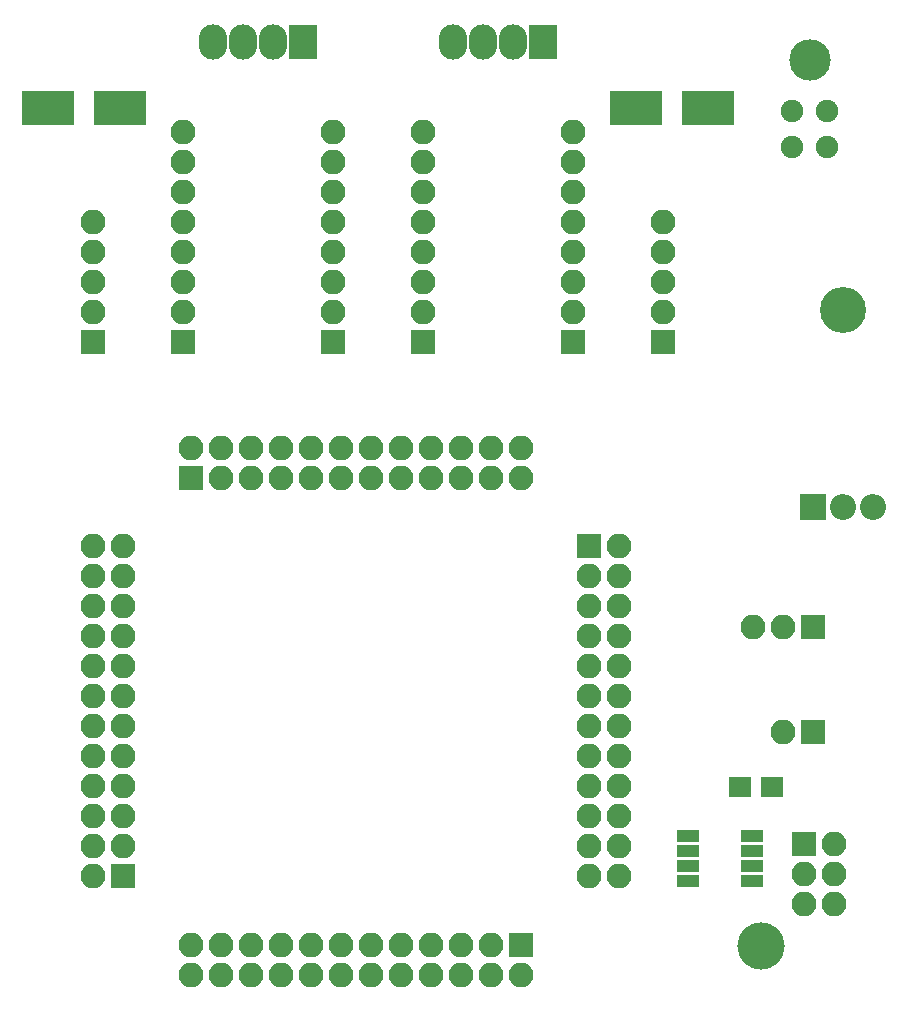
<source format=gts>
G04 #@! TF.FileFunction,Soldermask,Top*
%FSLAX46Y46*%
G04 Gerber Fmt 4.6, Leading zero omitted, Abs format (unit mm)*
G04 Created by KiCad (PCBNEW 4.0.7+dfsg1-1~bpo9+1) date Mon Mar  5 23:37:55 2018*
%MOMM*%
%LPD*%
G01*
G04 APERTURE LIST*
%ADD10C,0.100000*%
%ADD11R,2.100000X2.100000*%
%ADD12O,2.100000X2.100000*%
%ADD13C,4.000000*%
%ADD14R,1.900000X1.700000*%
%ADD15R,1.950000X1.000000*%
%ADD16C,1.900000*%
%ADD17C,3.500000*%
%ADD18R,2.400000X3.000000*%
%ADD19O,2.400000X3.000000*%
%ADD20O,3.900000X3.900000*%
%ADD21R,2.200000X2.200000*%
%ADD22O,2.200000X2.200000*%
%ADD23R,4.400000X2.900000*%
G04 APERTURE END LIST*
D10*
D11*
X143000000Y-66720000D03*
D12*
X143000000Y-64180000D03*
X143000000Y-61640000D03*
X143000000Y-59100000D03*
X143000000Y-56560000D03*
X143000000Y-54020000D03*
X143000000Y-51480000D03*
X143000000Y-48940000D03*
D11*
X130300000Y-66720000D03*
D12*
X130300000Y-64180000D03*
X130300000Y-61640000D03*
X130300000Y-59100000D03*
X130300000Y-56560000D03*
X130300000Y-54020000D03*
X130300000Y-51480000D03*
X130300000Y-48940000D03*
D11*
X150620000Y-66720000D03*
D12*
X150620000Y-64180000D03*
X150620000Y-61640000D03*
X150620000Y-59100000D03*
X150620000Y-56560000D03*
X150620000Y-54020000D03*
X150620000Y-51480000D03*
X150620000Y-48940000D03*
D11*
X163320000Y-66720000D03*
D12*
X163320000Y-64180000D03*
X163320000Y-61640000D03*
X163320000Y-59100000D03*
X163320000Y-56560000D03*
X163320000Y-54020000D03*
X163320000Y-51480000D03*
X163320000Y-48940000D03*
D11*
X164740000Y-84030000D03*
D12*
X167280000Y-84030000D03*
X164740000Y-86570000D03*
X167280000Y-86570000D03*
X164740000Y-89110000D03*
X167280000Y-89110000D03*
X164740000Y-91650000D03*
X167280000Y-91650000D03*
X164740000Y-94190000D03*
X167280000Y-94190000D03*
X164740000Y-96730000D03*
X167280000Y-96730000D03*
X164740000Y-99270000D03*
X167280000Y-99270000D03*
X164740000Y-101810000D03*
X167280000Y-101810000D03*
X164740000Y-104350000D03*
X167280000Y-104350000D03*
X164740000Y-106890000D03*
X167280000Y-106890000D03*
X164740000Y-109430000D03*
X167280000Y-109430000D03*
X164740000Y-111970000D03*
X167280000Y-111970000D03*
D11*
X183640000Y-99740000D03*
D12*
X181100000Y-99740000D03*
D11*
X183640000Y-90850000D03*
D12*
X181100000Y-90850000D03*
X178560000Y-90850000D03*
D11*
X182880000Y-109220000D03*
D12*
X185420000Y-109220000D03*
X182880000Y-111760000D03*
X185420000Y-111760000D03*
X182880000Y-114300000D03*
X185420000Y-114300000D03*
D13*
X179280000Y-117870000D03*
D11*
X170940000Y-66720000D03*
D12*
X170940000Y-64180000D03*
X170940000Y-61640000D03*
X170940000Y-59100000D03*
X170940000Y-56560000D03*
D11*
X122680000Y-66720000D03*
D12*
X122680000Y-64180000D03*
X122680000Y-61640000D03*
X122680000Y-59100000D03*
X122680000Y-56560000D03*
D11*
X131030000Y-78260000D03*
D12*
X131030000Y-75720000D03*
X133570000Y-78260000D03*
X133570000Y-75720000D03*
X136110000Y-78260000D03*
X136110000Y-75720000D03*
X138650000Y-78260000D03*
X138650000Y-75720000D03*
X141190000Y-78260000D03*
X141190000Y-75720000D03*
X143730000Y-78260000D03*
X143730000Y-75720000D03*
X146270000Y-78260000D03*
X146270000Y-75720000D03*
X148810000Y-78260000D03*
X148810000Y-75720000D03*
X151350000Y-78260000D03*
X151350000Y-75720000D03*
X153890000Y-78260000D03*
X153890000Y-75720000D03*
X156430000Y-78260000D03*
X156430000Y-75720000D03*
X158970000Y-78260000D03*
X158970000Y-75720000D03*
D11*
X125260000Y-111970000D03*
D12*
X122720000Y-111970000D03*
X125260000Y-109430000D03*
X122720000Y-109430000D03*
X125260000Y-106890000D03*
X122720000Y-106890000D03*
X125260000Y-104350000D03*
X122720000Y-104350000D03*
X125260000Y-101810000D03*
X122720000Y-101810000D03*
X125260000Y-99270000D03*
X122720000Y-99270000D03*
X125260000Y-96730000D03*
X122720000Y-96730000D03*
X125260000Y-94190000D03*
X122720000Y-94190000D03*
X125260000Y-91650000D03*
X122720000Y-91650000D03*
X125260000Y-89110000D03*
X122720000Y-89110000D03*
X125260000Y-86570000D03*
X122720000Y-86570000D03*
X125260000Y-84030000D03*
X122720000Y-84030000D03*
D14*
X180166000Y-104394000D03*
X177466000Y-104394000D03*
D15*
X173068000Y-108585000D03*
X173068000Y-109855000D03*
X173068000Y-111125000D03*
X173068000Y-112395000D03*
X178468000Y-112395000D03*
X178468000Y-111125000D03*
X178468000Y-109855000D03*
X178468000Y-108585000D03*
D16*
X181886000Y-50210000D03*
X181886000Y-47210000D03*
X184886000Y-50210000D03*
X184886000Y-47210000D03*
D17*
X183386000Y-42890000D03*
D18*
X140460000Y-41320000D03*
D19*
X137920000Y-41320000D03*
X135380000Y-41320000D03*
X132840000Y-41320000D03*
D18*
X160780000Y-41320000D03*
D19*
X158240000Y-41320000D03*
X155700000Y-41320000D03*
X153160000Y-41320000D03*
D11*
X158970000Y-117740000D03*
D12*
X158970000Y-120280000D03*
X156430000Y-117740000D03*
X156430000Y-120280000D03*
X153890000Y-117740000D03*
X153890000Y-120280000D03*
X151350000Y-117740000D03*
X151350000Y-120280000D03*
X148810000Y-117740000D03*
X148810000Y-120280000D03*
X146270000Y-117740000D03*
X146270000Y-120280000D03*
X143730000Y-117740000D03*
X143730000Y-120280000D03*
X141190000Y-117740000D03*
X141190000Y-120280000D03*
X138650000Y-117740000D03*
X138650000Y-120280000D03*
X136110000Y-117740000D03*
X136110000Y-120280000D03*
X133570000Y-117740000D03*
X133570000Y-120280000D03*
X131030000Y-117740000D03*
X131030000Y-120280000D03*
D20*
X186180000Y-64030000D03*
D21*
X183640000Y-80690000D03*
D22*
X186180000Y-80690000D03*
X188720000Y-80690000D03*
D23*
X124968000Y-46908000D03*
X118868000Y-46908000D03*
X168652000Y-46908000D03*
X174752000Y-46908000D03*
M02*

</source>
